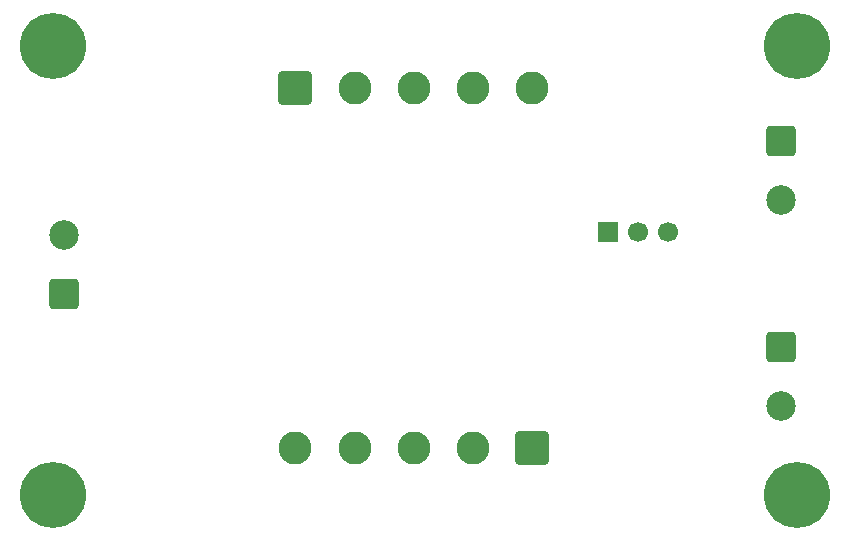
<source format=gbr>
%TF.GenerationSoftware,KiCad,Pcbnew,9.0.6*%
%TF.CreationDate,2026-01-14T12:07:50+08:00*%
%TF.ProjectId,civ2bcd,63697632-6263-4642-9e6b-696361645f70,rev?*%
%TF.SameCoordinates,Original*%
%TF.FileFunction,Soldermask,Bot*%
%TF.FilePolarity,Negative*%
%FSLAX46Y46*%
G04 Gerber Fmt 4.6, Leading zero omitted, Abs format (unit mm)*
G04 Created by KiCad (PCBNEW 9.0.6) date 2026-01-14 12:07:50*
%MOMM*%
%LPD*%
G01*
G04 APERTURE LIST*
G04 Aperture macros list*
%AMRoundRect*
0 Rectangle with rounded corners*
0 $1 Rounding radius*
0 $2 $3 $4 $5 $6 $7 $8 $9 X,Y pos of 4 corners*
0 Add a 4 corners polygon primitive as box body*
4,1,4,$2,$3,$4,$5,$6,$7,$8,$9,$2,$3,0*
0 Add four circle primitives for the rounded corners*
1,1,$1+$1,$2,$3*
1,1,$1+$1,$4,$5*
1,1,$1+$1,$6,$7*
1,1,$1+$1,$8,$9*
0 Add four rect primitives between the rounded corners*
20,1,$1+$1,$2,$3,$4,$5,0*
20,1,$1+$1,$4,$5,$6,$7,0*
20,1,$1+$1,$6,$7,$8,$9,0*
20,1,$1+$1,$8,$9,$2,$3,0*%
G04 Aperture macros list end*
%ADD10RoundRect,0.250000X-1.000000X1.000000X-1.000000X-1.000000X1.000000X-1.000000X1.000000X1.000000X0*%
%ADD11C,2.500000*%
%ADD12R,1.700000X1.700000*%
%ADD13C,1.700000*%
%ADD14RoundRect,0.250001X1.149999X1.149999X-1.149999X1.149999X-1.149999X-1.149999X1.149999X-1.149999X0*%
%ADD15C,2.800000*%
%ADD16C,5.600000*%
%ADD17RoundRect,0.250001X-1.149999X-1.149999X1.149999X-1.149999X1.149999X1.149999X-1.149999X1.149999X0*%
%ADD18RoundRect,0.250000X1.000000X-1.000000X1.000000X1.000000X-1.000000X1.000000X-1.000000X-1.000000X0*%
G04 APERTURE END LIST*
D10*
%TO.C,J6*%
X199132500Y-68500000D03*
D11*
X199132500Y-73500000D03*
%TD*%
D12*
%TO.C,J3*%
X184475000Y-76242177D03*
D13*
X187015000Y-76242177D03*
X189555000Y-76242177D03*
%TD*%
D14*
%TO.C,J5*%
X178000000Y-94500000D03*
D15*
X173000000Y-94500000D03*
X168000000Y-94500000D03*
X163000000Y-94500000D03*
X158000000Y-94500000D03*
%TD*%
D10*
%TO.C,J1*%
X199132500Y-86000000D03*
D11*
X199132500Y-91000000D03*
%TD*%
D16*
%TO.C,*%
X137500000Y-60500000D03*
%TD*%
%TO.C,*%
X200500000Y-98500000D03*
%TD*%
%TO.C,*%
X200500000Y-60500000D03*
%TD*%
D17*
%TO.C,J4*%
X158000000Y-64000000D03*
D15*
X163000000Y-64000000D03*
X168000000Y-64000000D03*
X173000000Y-64000000D03*
X178000000Y-64000000D03*
%TD*%
D18*
%TO.C,J2*%
X138367500Y-81500000D03*
D11*
X138367500Y-76500000D03*
%TD*%
D16*
%TO.C,*%
X137500000Y-98500000D03*
%TD*%
M02*

</source>
